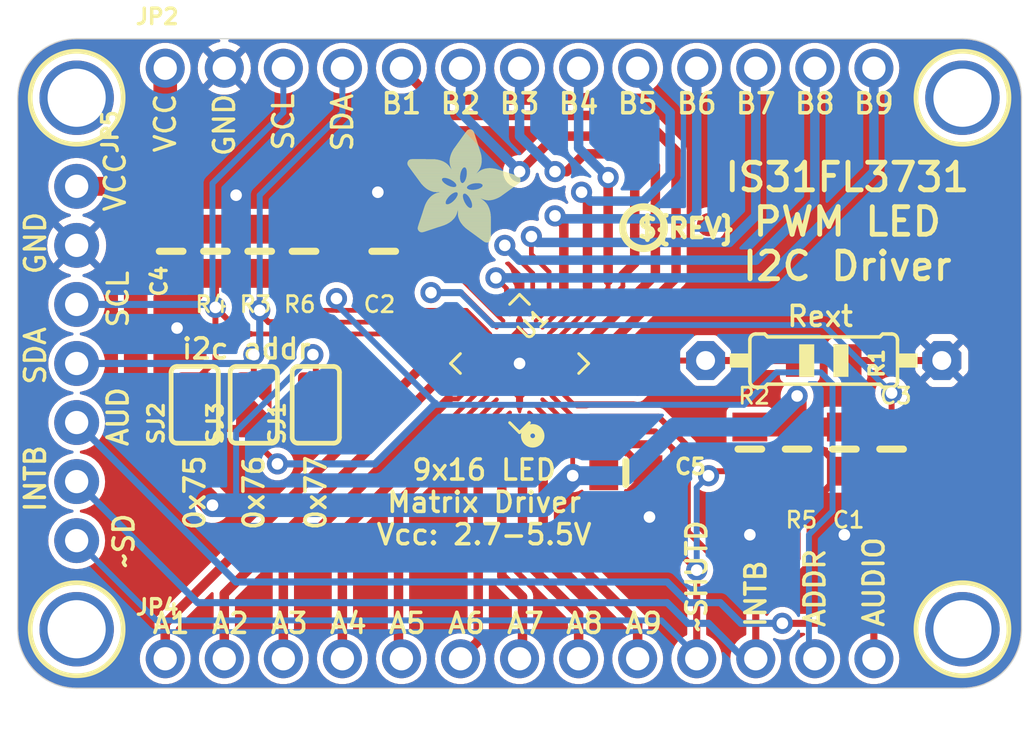
<source format=kicad_pcb>
(kicad_pcb (version 20221018) (generator pcbnew)
  (layers (0 "F.Cu" signal) (31 "B.Cu" signal) (34 "B.Paste" user) (35 "F.Paste" user) (36 "B.SilkS" user "B.Silkscreen") (37 "F.SilkS" user "F.Silkscreen") (38 "B.Mask" user) (39 "F.Mask" user) (44 "Edge.Cuts" user))
  (net 0 "")
  (net 1 "VCC")
  (net 2 "GND")
  (net 3 "N$1")
  (net 4 "N$2")
  (net 5 "N$3")
  (net 6 "AUDIOIN")
  (net 7 "SHUTDOWN")
  (net 8 "SDA")
  (net 9 "SCL")
  (net 10 "INTB")
  (net 11 "ADDR")
  (net 12 "CA9")
  (net 13 "CA8")
  (net 14 "CA7")
  (net 15 "CA6")
  (net 16 "CA5")
  (net 17 "CA4")
  (net 18 "CA3")
  (net 19 "CA2")
  (net 20 "CA1")
  (net 21 "CB9")
  (net 22 "CB8")
  (net 23 "CB7")
  (net 24 "CB6")
  (net 25 "CB5")
  (net 26 "CB4")
  (net 27 "CB3")
  (net 28 "CB2")
  (net 29 "CB1")
  (footprint "working:SOLDERJUMPER_ARROW_NOPASTE" (layer "F.Cu") (at 134.5311 106.7816 90)
    (fp_text reference "SJ2")
    (fp_text value "")
  )
  (footprint "working:0805-NO" (layer "F.Cu") (at 135.4201 100.1776 90)
    (fp_text reference "R4")
    (fp_text value "20K")
  )
  (footprint "working:0805-NO" (layer "F.Cu") (at 162.4711 108.6866 -90)
    (fp_text reference "C1")
    (fp_text value "10uF")
  )
  (footprint "working:FIDUCIAL_1MM" (layer "F.Cu") (at 141.8971 105.6386 180)
    (fp_text reference "FID2" hide)
    (fp_text value "FIDUCIAL\"\"" hide)
  )
  (footprint "working:MOUNTINGHOLE_2.5_PLATED" (layer "F.Cu") (at 167.5511 93.5736 180)
    (fp_text reference "U$6" hide)
    (fp_text value "MOUNTINGHOLE2.5" hide)
  )
  (footprint "working:ADAFRUIT_5MM" (layer "F.Cu") (at 143.6751 99.7966)
    (fp_text reference "U$10" hide)
    (fp_text value "" hide)
  )
  (footprint "working:0805-NO" (layer "F.Cu") (at 153.0731 109.7026)
    (fp_text reference "C5")
    (fp_text value "0.1uF")
  )
  (footprint "working:QFN28_4MM_0.4MM" (layer "F.Cu") (at 148.5011 105.0036 135)
    (fp_text reference "U1")
    (fp_text value "IS31FL3731-SALS2")
  )
  (footprint "working:FIDUCIAL_1MM" (layer "F.Cu") (at 156.6291 99.0346 180)
    (fp_text reference "FID1" hide)
    (fp_text value "FIDUCIAL\"\"" hide)
  )
  (footprint "working:0805-NO" (layer "F.Cu") (at 164.5031 108.6866 -90)
    (fp_text reference "C3")
    (fp_text value "0.22uF")
  )
  (footprint "working:0805-NO" (layer "F.Cu") (at 133.5151 100.1776 -90)
    (fp_text reference "C4")
    (fp_text value "10uF")
  )
  (footprint "working:1X13_ROUND_70" (layer "F.Cu") (at 148.5011 117.7036)
    (fp_text reference "JP4")
    (fp_text value "")
  )
  (footprint "working:0805-NO" (layer "F.Cu") (at 160.4391 108.6866 90)
    (fp_text reference "R5")
    (fp_text value "20K")
  )
  (footprint "working:0805-NO" (layer "F.Cu") (at 158.4071 108.6866 -90)
    (fp_text reference "R2")
    (fp_text value "20K")
  )
  (footprint "working:SOLDERJUMPER_ARROW_NOPASTE" (layer "F.Cu") (at 137.0711 106.7816 90)
    (fp_text reference "SJ3")
    (fp_text value "")
  )
  (footprint "working:0805-NO" (layer "F.Cu") (at 137.3251 100.1776 90)
    (fp_text reference "R3")
    (fp_text value "20K")
  )
  (footprint "working:MOUNTINGHOLE_2.5_PLATED" (layer "F.Cu") (at 167.5511 116.4336 180)
    (fp_text reference "U$4" hide)
    (fp_text value "MOUNTINGHOLE2.5" hide)
  )
  (footprint "working:MOUNTINGHOLE_2.5_PLATED" (layer "F.Cu") (at 129.4511 116.4336 180)
    (fp_text reference "U$3" hide)
    (fp_text value "MOUNTINGHOLE2.5" hide)
  )
  (footprint "working:MOUNTINGHOLE_2.5_PLATED" (layer "F.Cu") (at 129.4511 93.5736 180)
    (fp_text reference "U$5" hide)
    (fp_text value "MOUNTINGHOLE2.5" hide)
  )
  (footprint "working:1X07_ROUND_76" (layer "F.Cu") (at 129.4511 105.0036 -90)
    (fp_text reference "JP5")
    (fp_text value "")
  )
  (footprint "working:SOLDERJUMPER_ARROW_NOPASTE" (layer "F.Cu") (at 139.7381 106.7816 90)
    (fp_text reference "SJ1")
    (fp_text value "")
  )
  (footprint "working:0805-THM" (layer "F.Cu") (at 161.5821 104.8766 180)
    (fp_text reference "R1")
    (fp_text value "20K")
  )
  (footprint "working:1X13_ROUND_70" (layer "F.Cu") (at 148.5011 92.3036)
    (fp_text reference "JP2")
    (fp_text value "")
  )
  (footprint "working:PCBFEAT-REV-040" (layer "F.Cu") (at 153.8351 99.1616)
    (fp_text reference "U$11" hide)
    (fp_text value "" hide)
  )
  (footprint "working:0805-NO" (layer "F.Cu") (at 139.2301 100.1776 -90)
    (fp_text reference "R6")
    (fp_text value "20K")
  )
  (footprint "working:0805-NO" (layer "F.Cu") (at 142.6591 100.1776 90)
    (fp_text reference "C2")
    (fp_text value "0.1uF")
  )
  (gr_line (start 167.5511 118.9736) (end 129.4511 118.9736) (stroke (width 0.05)) (layer "Edge.Cuts"))
  (gr_arc (start 126.9111 93.5736) (mid 127.655049 91.777549) (end 129.4511 91.0336) (stroke (width 0.05)) (layer "Edge.Cuts"))
  (gr_arc (start 129.4511 118.9736) (mid 127.655049 118.229651) (end 126.9111 116.4336) (stroke (width 0.05)) (layer "Edge.Cuts"))
  (gr_arc (start 170.0911 116.4336) (mid 169.347151 118.229651) (end 167.5511 118.9736) (stroke (width 0.05)) (layer "Edge.Cuts"))
  (gr_line (start 126.9111 116.4336) (end 126.9111 93.5736) (stroke (width 0.05)) (layer "Edge.Cuts"))
  (gr_line (start 170.0911 93.5736) (end 170.0911 116.4336) (stroke (width 0.05)) (layer "Edge.Cuts"))
  (gr_arc (start 167.5511 91.0336) (mid 169.347151 91.777549) (end 170.0911 93.5736) (stroke (width 0.05)) (layer "Edge.Cuts"))
  (gr_line (start 129.4511 91.0336) (end 167.5511 91.0336) (stroke (width 0.05)) (layer "Edge.Cuts"))
  (gr_text "VCC" (at 130.5941 95.8596 90) (layer "F.SilkS") (effects (font (size 0.87376 0.87376) (thickness 0.14224)) (justify right top)))
  (gr_text "B4" (at 151.0411 93.8276) (layer "F.SilkS") (effects (font (size 0.8636 0.8636) (thickness 0.1524))))
  (gr_text "INTB" (at 158.6611 114.9096 90) (layer "F.SilkS") (effects (font (size 0.8636 0.8636) (thickness 0.1524))))
  (gr_text "9x16 LED\nMatrix Driver\nVcc: 2.7-5.5V" (at 146.9771 110.9726) (layer "F.SilkS") (effects (font (size 0.8636 0.8636) (thickness 0.1524))))
  (gr_text "B5" (at 153.5811 93.8276) (layer "F.SilkS") (effects (font (size 0.8636 0.8636) (thickness 0.1524))))
  (gr_text "SDA" (at 140.3731 93.3196 90) (layer "F.SilkS") (effects (font (size 0.87376 0.87376) (thickness 0.14224)) (justify right top)))
  (gr_text "B7" (at 158.6611 93.8276) (layer "F.SilkS") (effects (font (size 0.8636 0.8636) (thickness 0.1524))))
  (gr_text "A7" (at 148.7551 116.1796) (layer "F.SilkS") (effects (font (size 0.8636 0.8636) (thickness 0.1524))))
  (gr_text "SDA" (at 127.1651 103.3526 90) (layer "F.SilkS") (effects (font (size 0.87376 0.87376) (thickness 0.14224)) (justify right top)))
  (gr_text "0x76" (at 137.5791 112.2426 90) (layer "F.SilkS") (effects (font (size 0.8636 0.8636) (thickness 0.1524)) (justify left bottom)))
  (gr_text "GND" (at 127.1651 98.3996 90) (layer "F.SilkS") (effects (font (size 0.87376 0.87376) (thickness 0.14224)) (justify right top)))
  (gr_text "A5" (at 143.6751 116.1796) (layer "F.SilkS") (effects (font (size 0.8636 0.8636) (thickness 0.1524))))
  (gr_text "A2" (at 136.0551 116.1796) (layer "F.SilkS") (effects (font (size 0.8636 0.8636) (thickness 0.1524))))
  (gr_text "0x75" (at 135.0391 112.2426 90) (layer "F.SilkS") (effects (font (size 0.8636 0.8636) (thickness 0.1524)) (justify left bottom)))
  (gr_text "A9" (at 153.8351 116.1796) (layer "F.SilkS") (effects (font (size 0.8636 0.8636) (thickness 0.1524))))
  (gr_text "INTB" (at 127.6731 109.9566 90) (layer "F.SilkS") (effects (font (size 0.8636 0.8636) (thickness 0.1524))))
  (gr_text "IS31FL3731\nPWM LED\nI2C Driver" (at 162.5981 98.9076) (layer "F.SilkS") (effects (font (size 1.18745 1.18745) (thickness 0.20955))))
  (gr_text "Rext" (at 159.9311 103.4796) (layer "F.SilkS") (effects (font (size 0.8636 0.8636) (thickness 0.1524)) (justify left bottom)))
  (gr_text "A4" (at 141.1351 116.1796) (layer "F.SilkS") (effects (font (size 0.8636 0.8636) (thickness 0.1524))))
  (gr_text "SCL" (at 130.7211 100.9396 90) (layer "F.SilkS") (effects (font (size 0.87376 0.87376) (thickness 0.14224)) (justify right top)))
  (gr_text "A1" (at 133.5151 116.1796) (layer "F.SilkS") (effects (font (size 0.8636 0.8636) (thickness 0.1524))))
  (gr_text "A3" (at 138.5951 116.1796) (layer "F.SilkS") (effects (font (size 0.8636 0.8636) (thickness 0.1524))))
  (gr_text "B9" (at 163.7411 93.8276) (layer "F.SilkS") (effects (font (size 0.8636 0.8636) (thickness 0.1524))))
  (gr_text "~SHUTD" (at 156.1211 114.1476 90) (layer "F.SilkS") (effects (font (size 0.8636 0.8636) (thickness 0.1524))))
  (gr_text "A6" (at 146.2151 116.1796) (layer "F.SilkS") (effects (font (size 0.8636 0.8636) (thickness 0.1524))))
  (gr_text "0x77" (at 140.2461 112.2426 90) (layer "F.SilkS") (effects (font (size 0.8636 0.8636) (thickness 0.1524)) (justify left bottom)))
  (gr_text "B8" (at 161.2011 93.8276) (layer "F.SilkS") (effects (font (size 0.8636 0.8636) (thickness 0.1524))))
  (gr_text "B3" (at 148.5011 93.8276) (layer "F.SilkS") (effects (font (size 0.8636 0.8636) (thickness 0.1524))))
  (gr_text "A8" (at 151.2951 116.1796) (layer "F.SilkS") (effects (font (size 0.8636 0.8636) (thickness 0.1524))))
  (gr_text "B1" (at 143.4211 93.8276) (layer "F.SilkS") (effects (font (size 0.8636 0.8636) (thickness 0.1524))))
  (gr_text "VCC" (at 132.7531 93.3196 90) (layer "F.SilkS") (effects (font (size 0.87376 0.87376) (thickness 0.14224)) (justify right top)))
  (gr_text "ADDR" (at 161.2011 114.6556 90) (layer "F.SilkS") (effects (font (size 0.8636 0.8636) (thickness 0.1524))))
  (gr_text "SCL" (at 137.8331 93.3196 90) (layer "F.SilkS") (effects (font (size 0.87376 0.87376) (thickness 0.14224)) (justify right top)))
  (gr_text "AUDIO" (at 163.7411 114.4016 90) (layer "F.SilkS") (effects (font (size 0.8636 0.8636) (thickness 0.1524))))
  (gr_text "AUD" (at 131.2291 107.2896 90) (layer "F.SilkS") (effects (font (size 0.8636 0.8636) (thickness 0.1524))))
  (gr_text "GND" (at 135.2931 93.3196 90) (layer "F.SilkS") (effects (font (size 0.87376 0.87376) (thickness 0.14224)) (justify right top)))
  (gr_text "B6" (at 156.1211 93.8276) (layer "F.SilkS") (effects (font (size 0.8636 0.8636) (thickness 0.1524))))
  (gr_text "B2" (at 145.9611 93.8276) (layer "F.SilkS") (effects (font (size 0.8636 0.8636) (thickness 0.1524))))
  (gr_text "~SD" (at 131.4831 112.6236 90) (layer "F.SilkS") (effects (font (size 0.8636 0.8636) (thickness 0.1524))))
  (gr_text "i2c addr" (at 133.8961 104.8766) (layer "F.SilkS") (effects (font (size 0.8636 0.8636) (thickness 0.1524)) (justify left bottom)))
  (segment (start 135.4201 99.2276) (end 137.3251 99.2276) (width 0.4064) (layer "F.Cu") (net 1))
  (segment (start 160.4391 106.4006) (end 160.4391 107.7366) (width 0.8128) (layer "F.Cu") (net 1))
  (segment (start 133.2611 96.1136) (end 133.2611 92.3036) (width 1.016) (layer "F.Cu") (net 1))
  (segment (start 150.7871 108.420972) (end 150.7871 109.8296) (width 0.2032) (layer "F.Cu") (net 1))
  (segment (start 131.9911 107.7976) (end 131.9911 105.5116) (width 1.016) (layer "F.Cu") (net 1))
  (segment (start 160.4391 107.7366) (end 158.4071 107.7366) (width 0.8128) (layer "F.Cu") (net 1))
  (segment (start 131.9911 97.3836) (end 132.1816 97.1931) (width 1.016) (layer "F.Cu") (net 1))
  (segment (start 151.9961 109.8296) (end 150.7871 109.8296) (width 0.4064) (layer "F.Cu") (net 1))
  (segment (start 139.7381 105.7656) (end 139.7381 104.7496) (width 0.254) (layer "F.Cu") (net 1))
  (segment (start 132.2451 105.7656) (end 131.9911 105.5116) (width 0.3048) (layer "F.Cu") (net 1))
  (segment (start 131.9911 97.5106) (end 131.9911 97.3836) (width 1.016) (layer "F.Cu") (net 1))
  (segment (start 129.4511 97.3836) (end 131.8641 97.3836) (width 0.8128) (layer "F.Cu") (net 1))
  (segment (start 152.1231 109.7026) (end 151.9961 109.8296) (width 0.254) (layer "F.Cu") (net 1))
  (segment (start 139.7381 104.7496) (end 139.6111 104.6226) (width 0.254) (layer "F.Cu") (net 1))
  (segment (start 132.1816 97.1931) (end 133.2611 96.1136) (width 1.016) (layer "F.Cu") (net 1))
  (segment (start 131.8641 97.3836) (end 131.9911 97.5106) (width 0.8128) (layer "F.Cu") (net 1))
  (segment (start 135.4201 99.2276) (end 133.5151 99.2276) (width 1.016) (layer "F.Cu") (net 1))
  (segment (start 131.9911 99.2276) (end 131.9911 97.5106) (width 1.016) (layer "F.Cu") (net 1))
  (segment (start 162.4711 107.7366) (end 160.4391 107.7366) (width 0.8128) (layer "F.Cu") (net 1))
  (segment (start 131.9911 107.7976) (end 135.2931 111.0996) (width 1.016) (layer "F.Cu") (net 1))
  (segment (start 132.2476 97.1931) (end 132.1816 97.1931) (width 0.8128) (layer "F.Cu") (net 1))
  (segment (start 149.349628 106.9835) (end 150.7871 108.420972) (width 0.2032) (layer "F.Cu") (net 1))
  (segment (start 133.5151 99.2276) (end 131.9911 99.2276) (width 1.016) (layer "F.Cu") (net 1))
  (segment (start 131.9911 105.5116) (end 131.9911 99.2276) (width 1.016) (layer "F.Cu") (net 1))
  (via (at 135.2931 111.0996) (size 0.9064) (drill 0.5) (layers "F.Cu" "B.Cu") (net 1))
  (via (at 139.6111 104.6226) (size 0.9064) (drill 0.5) (layers "F.Cu" "B.Cu") (net 1))
  (via (at 160.4391 106.4006) (size 0.9064) (drill 0.5) (layers "F.Cu" "B.Cu") (net 1))
  (via (at 150.7871 109.8296) (size 0.9064) (drill 0.5) (layers "F.Cu" "B.Cu") (net 1))
  (segment (start 135.2931 111.0996) (end 136.3091 111.0996) (width 1.016) (layer "B.Cu") (net 1))
  (segment (start 150.7871 109.8296) (end 153.0731 109.8296) (width 0.8128) (layer "B.Cu") (net 1))
  (segment (start 136.3091 107.9246) (end 136.3091 111.0996) (width 0.254) (layer "B.Cu") (net 1))
  (segment (start 155.1661 107.7366) (end 159.1031 107.7366) (width 0.8128) (layer "B.Cu") (net 1))
  (segment (start 149.5171 111.0996) (end 150.7871 109.8296) (width 1.016) (layer "B.Cu") (net 1))
  (segment (start 139.6111 104.6226) (end 136.3091 107.9246) (width 0.254) (layer "B.Cu") (net 1))
  (segment (start 136.3091 111.0996) (end 149.5171 111.0996) (width 1.016) (layer "B.Cu") (net 1))
  (segment (start 159.1031 107.7366) (end 160.4391 106.4006) (width 0.8128) (layer "B.Cu") (net 1))
  (segment (start 153.0731 109.8296) (end 155.1661 107.7366) (width 0.8128) (layer "B.Cu") (net 1))
  (segment (start 150.844784 106.7816) (end 151.0411 106.7816) (width 0.2032) (layer "F.Cu") (net 2))
  (segment (start 150.198156 106.134972) (end 149.066784 105.0036) (width 0.2032) (layer "F.Cu") (net 2))
  (segment (start 149.066784 105.0036) (end 148.5011 105.0036) (width 0.2032) (layer "F.Cu") (net 2))
  (segment (start 150.198156 106.134972) (end 150.844784 106.7816) (width 0.2032) (layer "F.Cu") (net 2))
  (via (at 158.4071 112.3696) (size 0.9064) (drill 0.5) (layers "F.Cu" "B.Cu") (net 2))
  (via (at 142.4051 97.6376) (size 0.9064) (drill 0.5) (layers "F.Cu" "B.Cu") (net 2))
  (via (at 148.5011 105.0036) (size 0.9064) (drill 0.5) (layers "F.Cu" "B.Cu") (net 2))
  (via (at 154.0891 111.6076) (size 0.9064) (drill 0.5) (layers "F.Cu" "B.Cu") (net 2))
  (via (at 133.7691 103.4796) (size 0.9064) (drill 0.5) (layers "F.Cu" "B.Cu") (net 2))
  (via (at 162.4711 112.3696) (size 0.9064) (drill 0.5) (layers "F.Cu" "B.Cu") (net 2))
  (via (at 136.3091 97.7646) (size 0.9064) (drill 0.5) (layers "F.Cu" "B.Cu") (net 2))
  (segment (start 147.652568 103.023704) (end 145.756465 101.1276) (width 0.2032) (layer "F.Cu") (net 3))
  (segment (start 145.756465 101.1276) (end 142.6591 101.1276) (width 0.2032) (layer "F.Cu") (net 3))
  (segment (start 153.5811 106.2736) (end 150.902465 106.2736) (width 0.2032) (layer "F.Cu") (net 4))
  (segment (start 150.480996 105.852132) (end 150.902465 106.2736) (width 0.2032) (layer "F.Cu") (net 4))
  (segment (start 154.9781 104.8766) (end 156.5021 104.8766) (width 0.254) (layer "F.Cu") (net 4))
  (segment (start 154.9781 104.8766) (end 153.5811 106.2736) (width 0.254) (layer "F.Cu") (net 4))
  (segment (start 164.5031 106.2736) (end 164.5031 107.7366) (width 0.254) (layer "F.Cu") (net 5))
  (segment (start 146.018784 101.9556) (end 147.369728 103.306544) (width 0.2032) (layer "F.Cu") (net 5))
  (segment (start 144.6911 101.9556) (end 146.018784 101.9556) (width 0.2032) (layer "F.Cu") (net 5))
  (via (at 144.6911 101.9556) (size 0.9064) (drill 0.5) (layers "F.Cu" "B.Cu") (net 5))
  (via (at 164.5031 106.2736) (size 0.9064) (drill 0.5) (layers "F.Cu" "B.Cu") (net 5))
  (segment (start 145.9611 101.9556) (end 147.3581 103.3526) (width 0.254) (layer "B.Cu") (net 5))
  (segment (start 161.5821 103.3526) (end 164.5031 106.2736) (width 0.254) (layer "B.Cu") (net 5))
  (segment (start 147.3581 103.3526) (end 161.5821 103.3526) (width 0.254) (layer "B.Cu") (net 5))
  (segment (start 145.9611 101.9556) (end 144.6911 101.9556) (width 0.3048) (layer "B.Cu") (net 5))
  (segment (start 164.5031 115.4176) (end 164.5031 109.6366) (width 0.3048) (layer "F.Cu") (net 6))
  (segment (start 163.7411 116.1796) (end 164.5031 115.4176) (width 0.3048) (layer "F.Cu") (net 6))
  (segment (start 159.8041 116.1796) (end 163.7411 116.1796) (width 0.3048) (layer "F.Cu") (net 6))
  (segment (start 163.7411 116.1796) (end 163.7411 117.7036) (width 0.3048) (layer "F.Cu") (net 6))
  (via (at 159.8041 116.1796) (size 0.9064) (drill 0.5) (layers "F.Cu" "B.Cu") (net 6))
  (segment (start 136.3091 114.4016) (end 154.8511 114.4016) (width 0.3048) (layer "B.Cu") (net 6))
  (segment (start 129.4511 107.5436) (end 136.3091 114.4016) (width 0.3048) (layer "B.Cu") (net 6))
  (segment (start 157.1371 115.2906) (end 158.0261 116.1796) (width 0.3048) (layer "B.Cu") (net 6))
  (segment (start 154.8511 114.4016) (end 155.7401 115.2906) (width 0.3048) (layer "B.Cu") (net 6))
  (segment (start 158.0261 116.1796) (end 159.8041 116.1796) (width 0.3048) (layer "B.Cu") (net 6))
  (segment (start 155.7401 115.2906) (end 157.1371 115.2906) (width 0.3048) (layer "B.Cu") (net 6))
  (segment (start 155.1051 112.8776) (end 156.1211 113.8936) (width 0.254) (layer "F.Cu") (net 7))
  (segment (start 154.3431 107.9246) (end 155.1051 108.6866) (width 0.254) (layer "F.Cu") (net 7))
  (segment (start 156.8221 109.6366) (end 156.6291 109.8296) (width 0.254) (layer "F.Cu") (net 7))
  (segment (start 150.856409 107.9246) (end 151.6761 107.9246) (width 0.2032) (layer "F.Cu") (net 7))
  (segment (start 151.6761 107.9246) (end 154.3431 107.9246) (width 0.254) (layer "F.Cu") (net 7))
  (segment (start 155.1051 108.6866) (end 155.1051 112.8776) (width 0.254) (layer "F.Cu") (net 7))
  (segment (start 149.632468 106.70066) (end 150.856409 107.9246) (width 0.2032) (layer "F.Cu") (net 7))
  (segment (start 158.4071 109.6366) (end 156.8221 109.6366) (width 0.254) (layer "F.Cu") (net 7))
  (segment (start 156.1211 117.7036) (end 156.1211 113.8936) (width 0.3048) (layer "F.Cu") (net 7))
  (via (at 156.1211 113.8936) (size 0.9064) (drill 0.5) (layers "F.Cu" "B.Cu") (net 7))
  (via (at 156.6291 109.8296) (size 0.9064) (drill 0.5) (layers "F.Cu" "B.Cu") (net 7))
  (segment (start 129.4511 112.6236) (end 132.8801 116.0526) (width 0.254) (layer "B.Cu") (net 7))
  (segment (start 156.1211 110.3376) (end 156.1211 113.8936) (width 0.254) (layer "B.Cu") (net 7))
  (segment (start 156.6291 109.8296) (end 156.1211 110.3376) (width 0.254) (layer "B.Cu") (net 7))
  (segment (start 156.1211 117.5766) (end 156.1211 117.7036) (width 0.254) (layer "B.Cu") (net 7))
  (segment (start 132.8801 116.0526) (end 154.5971 116.0526) (width 0.254) (layer "B.Cu") (net 7))
  (segment (start 154.5971 116.0526) (end 156.1211 117.5766) (width 0.254) (layer "B.Cu") (net 7))
  (segment (start 137.0711 105.7656) (end 137.0711 104.6226) (width 0.254) (layer "F.Cu") (net 8))
  (segment (start 137.3251 101.1276) (end 137.3251 102.7176) (width 0.254) (layer "F.Cu") (net 8))
  (segment (start 146.157409 103.2256) (end 138.3411 103.2256) (width 0.2032) (layer "F.Cu") (net 8))
  (segment (start 138.3411 103.2256) (end 137.7061 103.2256) (width 0.254) (layer "F.Cu") (net 8))
  (segment (start 146.80404 103.872232) (end 146.157409 103.2256) (width 0.2032) (layer "F.Cu") (net 8))
  (segment (start 137.3251 102.8446) (end 137.3251 102.7176) (width 0.254) (layer "F.Cu") (net 8))
  (segment (start 137.7061 103.2256) (end 137.3251 102.8446) (width 0.254) (layer "F.Cu") (net 8))
  (via (at 137.3251 102.7176) (size 0.9064) (drill 0.5) (layers "F.Cu" "B.Cu") (net 8))
  (via (at 137.0711 104.6226) (size 0.9064) (drill 0.5) (layers "F.Cu" "B.Cu") (net 8))
  (segment (start 129.4511 105.0036) (end 136.6901 105.0036) (width 0.3048) (layer "B.Cu") (net 8))
  (segment (start 137.3251 104.3686) (end 137.3251 102.7176) (width 0.3048) (layer "B.Cu") (net 8))
  (segment (start 136.6901 105.0036) (end 137.0711 104.6226) (width 0.3048) (layer "B.Cu") (net 8))
  (segment (start 137.3251 97.7646) (end 137.3251 102.7176) (width 0.254) (layer "B.Cu") (net 8))
  (segment (start 140.8811 92.3036) (end 140.8811 94.2086) (width 0.254) (layer "B.Cu") (net 8))
  (segment (start 140.8811 94.2086) (end 137.3251 97.7646) (width 0.254) (layer "B.Cu") (net 8))
  (segment (start 137.0711 104.6226) (end 137.3251 104.3686) (width 0.3048) (layer "B.Cu") (net 8))
  (segment (start 146.5212 104.155072) (end 146.099728 103.7336) (width 0.2032) (layer "F.Cu") (net 9))
  (segment (start 146.099728 103.7336) (end 136.8171 103.7336) (width 0.2032) (layer "F.Cu") (net 9))
  (segment (start 136.8171 103.7336) (end 136.5631 103.7336) (width 0.254) (layer "F.Cu") (net 9))
  (segment (start 135.4201 104.8766) (end 135.4201 102.5906) (width 0.254) (layer "F.Cu") (net 9))
  (segment (start 135.4201 102.5906) (end 135.4201 101.1276) (width 0.3048) (layer "F.Cu") (net 9))
  (segment (start 136.5631 103.7336) (end 135.4201 102.5906) (width 0.254) (layer "F.Cu") (net 9))
  (segment (start 134.5311 105.7656) (end 135.4201 104.8766) (width 0.254) (layer "F.Cu") (net 9))
  (segment (start 136.9441 103.7336) (end 136.8171 103.7336) (width 0.254) (layer "F.Cu") (net 9))
  (via (at 135.4201 102.5906) (size 0.9064) (drill 0.5) (layers "F.Cu" "B.Cu") (net 9))
  (segment (start 129.4511 102.4636) (end 134.9121 102.4636) (width 0.3048) (layer "B.Cu") (net 9))
  (segment (start 135.2931 97.2566) (end 135.2931 102.4636) (width 0.254) (layer "B.Cu") (net 9))
  (segment (start 135.2931 102.4636) (end 135.4201 102.5906) (width 0.254) (layer "B.Cu") (net 9))
  (segment (start 138.3411 94.2086) (end 135.2931 97.2566) (width 0.254) (layer "B.Cu") (net 9))
  (segment (start 138.3411 92.3036) (end 138.3411 94.2086) (width 0.254) (layer "B.Cu") (net 9))
  (segment (start 134.9121 102.4636) (end 135.2931 102.4636) (width 0.254) (layer "B.Cu") (net 9))
  (segment (start 154.4701 107.2896) (end 155.7401 108.5596) (width 0.254) (layer "F.Cu") (net 10))
  (segment (start 160.4391 113.385604) (end 158.6611 115.163604) (width 0.3048) (layer "F.Cu") (net 10))
  (segment (start 150.787096 107.2896) (end 151.5491 107.2896) (width 0.2032) (layer "F.Cu") (net 10))
  (segment (start 149.915312 106.417816) (end 150.787096 107.2896) (width 0.2032) (layer "F.Cu") (net 10))
  (segment (start 151.5491 107.2896) (end 154.4701 107.2896) (width 0.254) (layer "F.Cu") (net 10))
  (segment (start 155.7401 112.242604) (end 158.6611 115.163604) (width 0.254) (layer "F.Cu") (net 10))
  (segment (start 158.6611 115.163604) (end 158.6611 117.7036) (width 0.3048) (layer "F.Cu") (net 10))
  (segment (start 155.7401 108.5596) (end 155.7401 112.242604) (width 0.254) (layer "F.Cu") (net 10))
  (segment (start 160.4391 109.6366) (end 160.4391 113.385604) (width 0.3048) (layer "F.Cu") (net 10))
  (segment (start 156.6291 116.1796) (end 158.1531 117.7036) (width 0.3048) (layer "B.Cu") (net 10))
  (segment (start 129.4511 110.0836) (end 134.6581 115.2906) (width 0.3048) (layer "B.Cu") (net 10))
  (segment (start 134.6581 115.2906) (end 154.8511 115.2906) (width 0.3048) (layer "B.Cu") (net 10))
  (segment (start 154.8511 115.2906) (end 155.7401 116.1796) (width 0.3048) (layer "B.Cu") (net 10))
  (segment (start 158.0261 117.7036) (end 158.1531 117.7036) (width 0.3048) (layer "B.Cu") (net 10))
  (segment (start 158.1531 117.7036) (end 158.6611 117.7036) (width 0.3048) (layer "B.Cu") (net 10))
  (segment (start 155.7401 116.1796) (end 156.6291 116.1796) (width 0.3048) (layer "B.Cu") (net 10))
  (segment (start 139.2301 101.9556) (end 139.2301 101.1276) (width 0.2032) (layer "F.Cu") (net 11))
  (segment (start 139.9921 102.7176) (end 139.2301 101.9556) (width 0.2032) (layer "F.Cu") (net 11))
  (segment (start 147.086884 103.589388) (end 146.215096 102.7176) (width 0.2032) (layer "F.Cu") (net 11))
  (segment (start 140.6271 102.7176) (end 140.6271 102.2096) (width 0.2032) (layer "F.Cu") (net 11))
  (segment (start 140.6271 102.7176) (end 139.9921 102.7176) (width 0.2032) (layer "F.Cu") (net 11))
  (segment (start 137.0711 107.7976) (end 137.0711 108.3056) (width 0.254) (layer "F.Cu") (net 11))
  (segment (start 139.7381 107.7976) (end 137.0711 107.7976) (width 0.3048) (layer "F.Cu") (net 11))
  (segment (start 134.5311 107.7976) (end 137.0711 107.7976) (width 0.3048) (layer "F.Cu") (net 11))
  (segment (start 137.0711 108.3056) (end 138.0871 109.3216) (width 0.254) (layer "F.Cu") (net 11))
  (segment (start 146.215096 102.7176) (end 140.6271 102.7176) (width 0.2032) (layer "F.Cu") (net 11))
  (via (at 138.0871 109.3216) (size 0.9064) (drill 0.5) (layers "F.Cu" "B.Cu") (net 11))
  (via (at 140.6271 102.2096) (size 0.9064) (drill 0.5) (layers "F.Cu" "B.Cu") (net 11))
  (segment (start 142.2781 109.3216) (end 144.8816 106.7181) (width 0.3048) (layer "B.Cu") (net 11))
  (segment (start 144.9451 106.7816) (end 158.1531 106.7816) (width 0.254) (layer "B.Cu") (net 11))
  (segment (start 140.6271 102.2096) (end 140.6271 102.4636) (width 0.254) (layer "B.Cu") (net 11))
  (segment (start 161.9631 111.3536) (end 160.9471 112.3696) (width 0.254) (layer "B.Cu") (net 11))
  (segment (start 161.9631 105.8926) (end 161.9631 111.3536) (width 0.254) (layer "B.Cu") (net 11))
  (segment (start 138.0871 109.3216) (end 142.2781 109.3216) (width 0.3048) (layer "B.Cu") (net 11))
  (segment (start 144.8816 106.7181) (end 144.9451 106.7816) (width 0.254) (layer "B.Cu") (net 11))
  (segment (start 160.9471 117.4496) (end 161.2011 117.7036) (width 0.254) (layer "B.Cu") (net 11))
  (segment (start 159.5501 105.3846) (end 161.4551 105.3846) (width 0.254) (layer "B.Cu") (net 11))
  (segment (start 158.1531 106.7816) (end 159.5501 105.3846) (width 0.254) (layer "B.Cu") (net 11))
  (segment (start 160.9471 112.3696) (end 160.9471 117.4496) (width 0.254) (layer "B.Cu") (net 11))
  (segment (start 140.6271 102.4636) (end 144.8816 106.7181) (width 0.254) (layer "B.Cu") (net 11))
  (segment (start 161.4551 105.3846) (end 161.9631 105.8926) (width 0.254) (layer "B.Cu") (net 11))
  (segment (start 149.5171 112.1156) (end 153.5811 116.1796) (width 0.4064) (layer "F.Cu") (net 12))
  (segment (start 149.5171 108.4326) (end 149.5171 112.1156) (width 0.4064) (layer "F.Cu") (net 12))
  (segment (start 153.5811 116.1796) (end 153.5811 117.7036) (width 0.4064) (layer "F.Cu") (net 12))
  (segment (start 149.066784 107.266344) (end 149.5171 107.71666) (width 0.2032) (layer "F.Cu") (net 12))
  (segment (start 149.5171 107.71666) (end 149.5171 108.4326) (width 0.2032) (layer "F.Cu") (net 12))
  (segment (start 148.6281 113.3856) (end 151.0411 115.7986) (width 0.4064) (layer "F.Cu") (net 13))
  (segment (start 147.935412 107.266344) (end 148.096843 107.266344) (width 0.2032) (layer "F.Cu") (net 13))
  (segment (start 148.096843 107.266344) (end 148.6281 107.7976) (width 0.2032) (layer "F.Cu") (net 13))
  (segment (start 148.6281 107.7976) (end 148.6281 108.4326) (width 0.2032) (layer "F.Cu") (net 13))
  (segment (start 148.6281 108.4326) (end 148.6281 113.3856) (width 0.4064) (layer "F.Cu") (net 13))
  (segment (start 151.0411 115.7986) (end 151.0411 117.7036) (width 0.4064) (layer "F.Cu") (net 13))
  (segment (start 147.7391 108.4326) (end 147.7391 108.5596) (width 0.2032) (layer "F.Cu") (net 14))
  (segment (start 148.6281 117.5766) (end 148.5011 117.7036) (width 0.4064) (layer "F.Cu") (net 14))
  (segment (start 147.7391 108.5596) (end 147.7391 114.1476) (width 0.4064) (layer "F.Cu") (net 14))
  (segment (start 147.7391 114.1476) (end 148.6281 115.0366) (width 0.4064) (layer "F.Cu") (net 14))
  (segment (start 147.652568 106.9835) (end 147.1041 107.531969) (width 0.2032) (layer "F.Cu") (net 14))
  (segment (start 147.1041 107.531969) (end 147.1041 107.7976) (width 0.2032) (layer "F.Cu") (net 14))
  (segment (start 148.6281 115.0366) (end 148.6281 117.5766) (width 0.4064) (layer "F.Cu") (net 14))
  (segment (start 147.1041 107.7976) (end 147.7391 108.4326) (width 0.2032) (layer "F.Cu") (net 14))
  (segment (start 147.369728 106.70066) (end 146.7231 107.347288) (width 0.2032) (layer "F.Cu") (net 15))
  (segment (start 146.7231 108.4326) (end 146.7231 116.9416) (width 0.4064) (layer "F.Cu") (net 15))
  (segment (start 146.7231 116.9416) (end 145.9611 117.7036) (width 0.4064) (layer "F.Cu") (net 15))
  (segment (start 146.7231 107.347288) (end 146.7231 108.4326) (width 0.2032) (layer "F.Cu") (net 15))
  (segment (start 146.0881 107.9246) (end 146.0881 108.1786) (width 0.4064) (layer "F.Cu") (net 16))
  (segment (start 143.2941 117.5766) (end 143.4211 117.7036) (width 0.4064) (layer "F.Cu") (net 16))
  (segment (start 143.2941 110.9726) (end 143.2941 117.5766) (width 0.4064) (layer "F.Cu") (net 16))
  (segment (start 146.0881 107.4166) (end 146.0881 107.9246) (width 0.2032) (layer "F.Cu") (net 16))
  (segment (start 147.086884 106.417816) (end 146.0881 107.4166) (width 0.2032) (layer "F.Cu") (net 16))
  (segment (start 146.0881 108.1786) (end 143.2941 110.9726) (width 0.4064) (layer "F.Cu") (net 16))
  (segment (start 145.3261 107.612913) (end 145.3261 107.7976) (width 0.2032) (layer "F.Cu") (net 17))
  (segment (start 145.3261 107.7976) (end 140.8811 112.2426) (width 0.4064) (layer "F.Cu") (net 17))
  (segment (start 146.80404 106.134972) (end 145.3261 107.612913) (width 0.2032) (layer "F.Cu") (net 17))
  (segment (start 140.8811 112.2426) (end 140.8811 117.7036) (width 0.4064) (layer "F.Cu") (net 17))
  (segment (start 138.3411 114.032232) (end 138.3411 117.7036) (width 0.254) (layer "F.Cu") (net 18))
  (segment (start 145.845731 106.5276) (end 145.4531 106.5276) (width 0.2032) (layer "F.Cu") (net 18))
  (segment (start 145.4531 106.5276) (end 138.3411 113.6396) (width 0.4064) (layer "F.Cu") (net 18))
  (segment (start 146.5212 105.852132) (end 145.845731 106.5276) (width 0.2032) (layer "F.Cu") (net 18))
  (segment (start 138.3411 113.6396) (end 138.3411 117.7036) (width 0.4064) (layer "F.Cu") (net 18))
  (segment (start 146.042043 105.7656) (end 144.9451 105.7656) (width 0.2032) (layer "F.Cu") (net 19))
  (segment (start 146.238356 105.569288) (end 146.042043 105.7656) (width 0.2032) (layer "F.Cu") (net 19))
  (segment (start 135.8011 116.006544) (end 135.8011 117.7036) (width 0.254) (layer "F.Cu") (net 19))
  (segment (start 135.8011 114.9096) (end 135.8011 117.7036) (width 0.4064) (layer "F.Cu") (net 19))
  (segment (start 144.9451 105.7656) (end 135.8011 114.9096) (width 0.4064) (layer "F.Cu") (net 19))
  (segment (start 146.04204 104.2416) (end 145.1991 104.2416) (width 0.2032) (layer "F.Cu") (net 20))
  (segment (start 133.2611 116.1796) (end 133.2611 117.7036) (width 0.4064) (layer "F.Cu") (net 20))
  (segment (start 145.1991 104.2416) (end 133.2611 116.1796) (width 0.4064) (layer "F.Cu") (net 20))
  (segment (start 133.2611 117.415172) (end 133.2611 117.7036) (width 0.254) (layer "F.Cu") (net 20))
  (segment (start 146.238356 104.437916) (end 146.04204 104.2416) (width 0.2032) (layer "F.Cu") (net 20))
  (segment (start 147.935412 102.74086) (end 147.935412 101.770913) (width 0.2032) (layer "F.Cu") (net 21))
  (segment (start 147.935412 101.770913) (end 147.4851 101.3206) (width 0.2032) (layer "F.Cu") (net 21))
  (via (at 147.4851 101.3206) (size 0.9064) (drill 0.5) (layers "F.Cu" "B.Cu") (net 21))
  (segment (start 159.1691 101.3206) (end 163.7411 96.7486) (width 0.4064) (layer "B.Cu") (net 21))
  (segment (start 163.7411 96.7486) (end 163.7411 92.3036) (width 0.4064) (layer "B.Cu") (net 21))
  (segment (start 147.4851 101.3206) (end 159.1691 101.3206) (width 0.4064) (layer "B.Cu") (net 21))
  (segment (start 149.066784 101.124285) (end 147.8661 99.9236) (width 0.2032) (layer "F.Cu") (net 22))
  (segment (start 149.066784 102.74086) (end 149.066784 101.124285) (width 0.2032) (layer "F.Cu") (net 22))
  (via (at 147.8661 99.9236) (size 0.9064) (drill 0.5) (layers "F.Cu" "B.Cu") (net 22))
  (segment (start 147.8661 99.9236) (end 148.5011 100.5586) (width 0.4064) (layer "B.Cu") (net 22))
  (segment (start 148.5011 100.5586) (end 158.6611 100.5586) (width 0.4064) (layer "B.Cu") (net 22))
  (segment (start 161.2011 98.0186) (end 161.2011 92.3036) (width 0.4064) (layer "B.Cu") (net 22))
  (segment (start 158.6611 100.5586) (end 161.2011 98.0186) (width 0.4064) (layer "B.Cu") (net 22))
  (segment (start 149.7711 101.0666) (end 149.0091 100.3046) (width 0.2032) (layer "F.Cu") (net 23))
  (segment (start 149.7711 102.602232) (end 149.7711 101.0666) (width 0.2032) (layer "F.Cu") (net 23))
  (segment (start 149.349628 103.023704) (end 149.7711 102.602232) (width 0.2032) (layer "F.Cu") (net 23))
  (segment (start 149.0091 100.3046) (end 149.0091 99.5426) (width 0.2032) (layer "F.Cu") (net 23))
  (via (at 149.0091 99.5426) (size 0.9064) (drill 0.5) (layers "F.Cu" "B.Cu") (net 23))
  (segment (start 158.6611 98.6536) (end 158.6611 92.3036) (width 0.4064) (layer "B.Cu") (net 23))
  (segment (start 149.0091 99.5426) (end 149.2631 99.7966) (width 0.4064) (layer "B.Cu") (net 23))
  (segment (start 157.5181 99.7966) (end 158.6611 98.6536) (width 0.4064) (layer "B.Cu") (net 23))
  (segment (start 149.2631 99.7966) (end 157.5181 99.7966) (width 0.4064) (layer "B.Cu") (net 23))
  (segment (start 150.4061 99.0346) (end 150.0251 98.6536) (width 0.4064) (layer "F.Cu") (net 24))
  (segment (start 149.632468 103.306544) (end 150.4061 102.532913) (width 0.2032) (layer "F.Cu") (net 24))
  (segment (start 150.4061 102.0826) (end 150.4061 99.0346) (width 0.4064) (layer "F.Cu") (net 24))
  (segment (start 150.4061 102.532913) (end 150.4061 102.0826) (width 0.2032) (layer "F.Cu") (net 24))
  (via (at 150.0251 98.6536) (size 0.9064) (drill 0.5) (layers "F.Cu" "B.Cu") (net 24))
  (segment (start 150.1521 98.7806) (end 155.8671 98.7806) (width 0.4064) (layer "B.Cu") (net 24))
  (segment (start 150.0251 98.6536) (end 150.1521 98.7806) (width 0.4064) (layer "B.Cu") (net 24))
  (segment (start 155.8671 98.7806) (end 156.1211 98.5266) (width 0.4064) (layer "B.Cu") (net 24))
  (segment (start 156.1211 98.5266) (end 156.1211 92.3036) (width 0.4064) (layer "B.Cu") (net 24))
  (segment (start 149.915312 103.589388) (end 151.4221 102.0826) (width 0.2032) (layer "F.Cu") (net 25))
  (segment (start 151.4221 102.0826) (end 151.4221 101.7016) (width 0.2032) (layer "F.Cu") (net 25))
  (segment (start 151.4221 97.8916) (end 151.1681 97.6376) (width 0.4064) (layer "F.Cu") (net 25))
  (segment (start 151.4221 101.7016) (end 151.4221 97.8916) (width 0.4064) (layer "F.Cu") (net 25))
  (via (at 151.1681 97.6376) (size 0.9064) (drill 0.5) (layers "F.Cu" "B.Cu") (net 25))
  (segment (start 151.5491 98.0186) (end 153.8351 98.0186) (width 0.4064) (layer "B.Cu") (net 25))
  (segment (start 154.9781 96.8756) (end 154.9781 94.2086) (width 0.4064) (layer "B.Cu") (net 25))
  (segment (start 151.1681 97.6376) (end 151.5491 98.0186) (width 0.4064) (layer "B.Cu") (net 25))
  (segment (start 153.8351 98.0186) (end 154.9781 96.8756) (width 0.4064) (layer "B.Cu") (net 25))
  (segment (start 153.5811 92.8116) (end 153.5811 92.3036) (width 0.4064) (layer "B.Cu") (net 25))
  (segment (start 154.9781 94.2086) (end 153.5811 92.8116) (width 0.4064) (layer "B.Cu") (net 25))
  (segment (start 150.198156 103.872232) (end 152.3111 101.759288) (width 0.2032) (layer "F.Cu") (net 26))
  (segment (start 152.3111 101.4476) (end 152.3111 97.0026) (width 0.4064) (layer "F.Cu") (net 26))
  (segment (start 152.3111 101.759288) (end 152.3111 101.4476) (width 0.2032) (layer "F.Cu") (net 26))
  (via (at 152.3111 97.0026) (size 0.9064) (drill 0.5) (layers "F.Cu" "B.Cu") (net 26))
  (segment (start 152.3111 97.0026) (end 151.0411 95.7326) (width 0.4064) (layer "B.Cu") (net 26))
  (segment (start 151.0411 95.7326) (end 151.0411 92.3036) (width 0.4064) (layer "B.Cu") (net 26))
  (segment (start 153.4541 100.6856) (end 153.4541 96.7486) (width 0.4064) (layer "F.Cu") (net 27))
  (segment (start 150.5331 96.7486) (end 150.0251 96.7486) (width 0.4064) (layer "F.Cu") (net 27))
  (segment (start 152.9461 101.689969) (end 152.9461 101.1936) (width 0.2032) (layer "F.Cu") (net 27))
  (segment (start 150.480996 104.155072) (end 152.9461 101.689969) (width 0.2032) (layer "F.Cu") (net 27))
  (segment (start 152.6921 95.9866) (end 151.2951 95.9866) (width 0.4064) (layer "F.Cu") (net 27))
  (segment (start 152.9461 101.1936) (end 153.4541 100.6856) (width 0.4064) (layer "F.Cu") (net 27))
  (segment (start 151.2951 95.9866) (end 150.5331 96.7486) (width 0.4064) (layer "F.Cu") (net 27))
  (segment (start 153.4541 96.7486) (end 152.6921 95.9866) (width 0.4064) (layer "F.Cu") (net 27))
  (via (at 150.0251 96.7486) (size 0.9064) (drill 0.5) (layers "F.Cu" "B.Cu") (net 27))
  (segment (start 150.0251 96.7486) (end 148.5011 95.2246) (width 0.4064) (layer "B.Cu") (net 27))
  (segment (start 148.5011 95.2246) (end 148.5011 92.3036) (width 0.4064) (layer "B.Cu") (net 27))
  (segment (start 154.3431 101.1936) (end 154.3431 96.4946) (width 0.4064) (layer "F.Cu") (net 28))
  (segment (start 151.6761 103.8606) (end 154.3431 101.1936) (width 0.4064) (layer "F.Cu") (net 28))
  (segment (start 150.76384 104.437916) (end 151.341156 103.8606) (width 0.2032) (layer "F.Cu") (net 28))
  (segment (start 150.0251 95.2246) (end 148.5011 96.7486) (width 0.4064) (layer "F.Cu") (net 28))
  (segment (start 153.0731 95.2246) (end 150.0251 95.2246) (width 0.4064) (layer "F.Cu") (net 28))
  (segment (start 154.3431 96.4946) (end 153.0731 95.2246) (width 0.4064) (layer "F.Cu") (net 28))
  (segment (start 151.341156 103.8606) (end 151.6761 103.8606) (width 0.2032) (layer "F.Cu") (net 28))
  (via (at 148.5011 96.7486) (size 0.9064) (drill 0.5) (layers "F.Cu" "B.Cu") (net 28))
  (segment (start 145.9611 94.2086) (end 145.9611 92.3036) (width 0.4064) (layer "B.Cu") (net 28))
  (segment (start 148.5011 96.7486) (end 145.9611 94.2086) (width 0.4064) (layer "B.Cu") (net 28))
  (segment (start 145.4531 94.3356) (end 153.7081 94.3356) (width 0.4064) (layer "F.Cu") (net 29))
  (segment (start 151.583528 104.7496) (end 150.76384 105.569288) (width 0.2032) (layer "F.Cu") (net 29))
  (segment (start 153.7081 94.3356) (end 155.2321 95.8596) (width 0.4064) (layer "F.Cu") (net 29))
  (segment (start 155.2321 101.3206) (end 151.8031 104.7496) (width 0.4064) (layer "F.Cu") (net 29))
  (segment (start 151.8031 104.7496) (end 151.583528 104.7496) (width 0.2032) (layer "F.Cu") (net 29))
  (segment (start 155.2321 95.8596) (end 155.2321 101.3206) (width 0.4064) (layer "F.Cu") (net 29))
  (segment (start 143.4211 92.3036) (end 145.4531 94.3356) (width 0.4064) (layer "F.Cu") (net 29))
  (zone (net 2) (net_name "GND") (layer "F.Cu") (priority 6) (connect_pads (clearance 0.254)) (min_thickness 0.127) (fill yes (thermal_gap 0.304) (thermal_bridge_width 0.304))
    (polygon (pts (xy 170.2181 119.1006) (xy 126.7841 119.1006) (xy 126.7841 90.9066) (xy 170.2181 90.9066)))
  )
  (zone (net 2) (net_name "GND") (layer "B.Cu") (priority 6) (connect_pads (clearance 0.254)) (min_thickness 0.127) (fill yes (thermal_gap 0.304) (thermal_bridge_width 0.304))
    (polygon (pts (xy 170.2181 119.1006) (xy 126.7841 119.1006) (xy 126.7841 90.9066) (xy 170.2181 90.9066)))
  )
)
</source>
